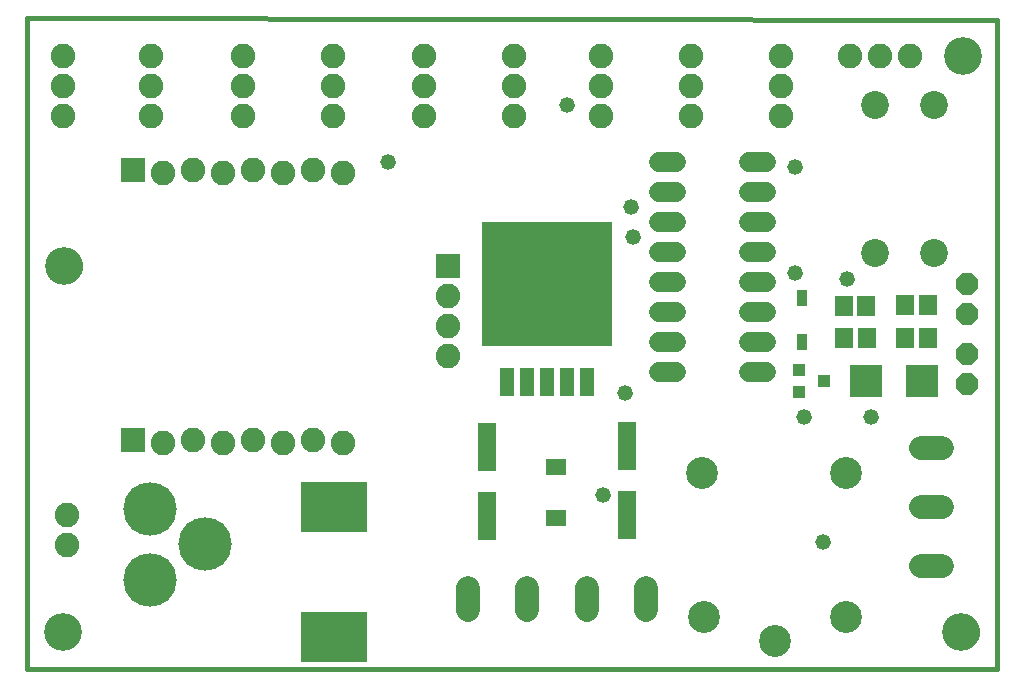
<source format=gts>
G75*
%MOIN*%
%OFA0B0*%
%FSLAX25Y25*%
%IPPOS*%
%LPD*%
%AMOC8*
5,1,8,0,0,1.08239X$1,22.5*
%
%ADD10C,0.01600*%
%ADD11R,0.08200X0.08200*%
%ADD12C,0.08200*%
%ADD13R,0.05918X0.06706*%
%ADD14R,0.10800X0.10800*%
%ADD15R,0.04343X0.03950*%
%ADD16C,0.08100*%
%ADD17R,0.03556X0.05524*%
%ADD18C,0.00000*%
%ADD19C,0.12611*%
%ADD20OC8,0.07400*%
%ADD21C,0.06600*%
%ADD22C,0.09300*%
%ADD23C,0.10643*%
%ADD24R,0.06312X0.15910*%
%ADD25R,0.06587X0.05800*%
%ADD26R,0.43320X0.41784*%
%ADD27R,0.05000X0.09300*%
%ADD28C,0.17800*%
%ADD29R,0.22454X0.16548*%
%ADD30C,0.05200*%
D10*
X0034000Y0043800D02*
X0034000Y0260800D01*
X0357500Y0260300D01*
X0357500Y0043800D01*
X0034000Y0043800D01*
D11*
X0069500Y0120300D03*
X0174500Y0178300D03*
X0069500Y0210300D03*
D12*
X0079500Y0209300D03*
X0089500Y0210300D03*
X0099500Y0209300D03*
X0109500Y0210300D03*
X0119500Y0209300D03*
X0129500Y0210300D03*
X0139500Y0209300D03*
X0136000Y0228300D03*
X0136000Y0238300D03*
X0136000Y0248300D03*
X0106000Y0248300D03*
X0106000Y0238300D03*
X0106000Y0228300D03*
X0075500Y0228300D03*
X0075500Y0238300D03*
X0075500Y0248300D03*
X0046000Y0248300D03*
X0046000Y0238300D03*
X0046000Y0228300D03*
X0166500Y0228300D03*
X0166500Y0238300D03*
X0166500Y0248300D03*
X0196500Y0248300D03*
X0196500Y0238300D03*
X0196500Y0228300D03*
X0225500Y0228300D03*
X0225500Y0238300D03*
X0225500Y0248300D03*
X0255500Y0248300D03*
X0255500Y0238300D03*
X0255500Y0228300D03*
X0285500Y0228300D03*
X0285500Y0238300D03*
X0285500Y0248300D03*
X0308500Y0248300D03*
X0318500Y0248300D03*
X0328500Y0248300D03*
X0174500Y0168300D03*
X0174500Y0158300D03*
X0174500Y0148300D03*
X0139500Y0119300D03*
X0129500Y0120300D03*
X0119500Y0119300D03*
X0109500Y0120300D03*
X0099500Y0119300D03*
X0089500Y0120300D03*
X0079500Y0119300D03*
X0047500Y0095300D03*
X0047500Y0085300D03*
D13*
X0306460Y0154300D03*
X0313940Y0154300D03*
X0326760Y0154300D03*
X0334240Y0154300D03*
X0334240Y0165300D03*
X0326760Y0165300D03*
X0313740Y0164800D03*
X0306260Y0164800D03*
D14*
X0313750Y0139800D03*
X0332250Y0139800D03*
D15*
X0299831Y0139800D03*
X0291563Y0143540D03*
X0291563Y0136060D03*
D16*
X0331929Y0117485D02*
X0339229Y0117485D01*
X0339229Y0097800D02*
X0331929Y0097800D01*
X0331929Y0078115D02*
X0339229Y0078115D01*
X0240343Y0070950D02*
X0240343Y0063650D01*
X0220657Y0063650D02*
X0220657Y0070950D01*
X0200843Y0070950D02*
X0200843Y0063650D01*
X0181157Y0063650D02*
X0181157Y0070950D01*
D17*
X0292500Y0153017D03*
X0292500Y0167583D03*
D18*
X0340094Y0248300D02*
X0340096Y0248453D01*
X0340102Y0248607D01*
X0340112Y0248760D01*
X0340126Y0248912D01*
X0340144Y0249065D01*
X0340166Y0249216D01*
X0340191Y0249367D01*
X0340221Y0249518D01*
X0340255Y0249668D01*
X0340292Y0249816D01*
X0340333Y0249964D01*
X0340378Y0250110D01*
X0340427Y0250256D01*
X0340480Y0250400D01*
X0340536Y0250542D01*
X0340596Y0250683D01*
X0340660Y0250823D01*
X0340727Y0250961D01*
X0340798Y0251097D01*
X0340873Y0251231D01*
X0340950Y0251363D01*
X0341032Y0251493D01*
X0341116Y0251621D01*
X0341204Y0251747D01*
X0341295Y0251870D01*
X0341389Y0251991D01*
X0341487Y0252109D01*
X0341587Y0252225D01*
X0341691Y0252338D01*
X0341797Y0252449D01*
X0341906Y0252557D01*
X0342018Y0252662D01*
X0342132Y0252763D01*
X0342250Y0252862D01*
X0342369Y0252958D01*
X0342491Y0253051D01*
X0342616Y0253140D01*
X0342743Y0253227D01*
X0342872Y0253309D01*
X0343003Y0253389D01*
X0343136Y0253465D01*
X0343271Y0253538D01*
X0343408Y0253607D01*
X0343547Y0253672D01*
X0343687Y0253734D01*
X0343829Y0253792D01*
X0343972Y0253847D01*
X0344117Y0253898D01*
X0344263Y0253945D01*
X0344410Y0253988D01*
X0344558Y0254027D01*
X0344707Y0254063D01*
X0344857Y0254094D01*
X0345008Y0254122D01*
X0345159Y0254146D01*
X0345312Y0254166D01*
X0345464Y0254182D01*
X0345617Y0254194D01*
X0345770Y0254202D01*
X0345923Y0254206D01*
X0346077Y0254206D01*
X0346230Y0254202D01*
X0346383Y0254194D01*
X0346536Y0254182D01*
X0346688Y0254166D01*
X0346841Y0254146D01*
X0346992Y0254122D01*
X0347143Y0254094D01*
X0347293Y0254063D01*
X0347442Y0254027D01*
X0347590Y0253988D01*
X0347737Y0253945D01*
X0347883Y0253898D01*
X0348028Y0253847D01*
X0348171Y0253792D01*
X0348313Y0253734D01*
X0348453Y0253672D01*
X0348592Y0253607D01*
X0348729Y0253538D01*
X0348864Y0253465D01*
X0348997Y0253389D01*
X0349128Y0253309D01*
X0349257Y0253227D01*
X0349384Y0253140D01*
X0349509Y0253051D01*
X0349631Y0252958D01*
X0349750Y0252862D01*
X0349868Y0252763D01*
X0349982Y0252662D01*
X0350094Y0252557D01*
X0350203Y0252449D01*
X0350309Y0252338D01*
X0350413Y0252225D01*
X0350513Y0252109D01*
X0350611Y0251991D01*
X0350705Y0251870D01*
X0350796Y0251747D01*
X0350884Y0251621D01*
X0350968Y0251493D01*
X0351050Y0251363D01*
X0351127Y0251231D01*
X0351202Y0251097D01*
X0351273Y0250961D01*
X0351340Y0250823D01*
X0351404Y0250683D01*
X0351464Y0250542D01*
X0351520Y0250400D01*
X0351573Y0250256D01*
X0351622Y0250110D01*
X0351667Y0249964D01*
X0351708Y0249816D01*
X0351745Y0249668D01*
X0351779Y0249518D01*
X0351809Y0249367D01*
X0351834Y0249216D01*
X0351856Y0249065D01*
X0351874Y0248912D01*
X0351888Y0248760D01*
X0351898Y0248607D01*
X0351904Y0248453D01*
X0351906Y0248300D01*
X0351904Y0248147D01*
X0351898Y0247993D01*
X0351888Y0247840D01*
X0351874Y0247688D01*
X0351856Y0247535D01*
X0351834Y0247384D01*
X0351809Y0247233D01*
X0351779Y0247082D01*
X0351745Y0246932D01*
X0351708Y0246784D01*
X0351667Y0246636D01*
X0351622Y0246490D01*
X0351573Y0246344D01*
X0351520Y0246200D01*
X0351464Y0246058D01*
X0351404Y0245917D01*
X0351340Y0245777D01*
X0351273Y0245639D01*
X0351202Y0245503D01*
X0351127Y0245369D01*
X0351050Y0245237D01*
X0350968Y0245107D01*
X0350884Y0244979D01*
X0350796Y0244853D01*
X0350705Y0244730D01*
X0350611Y0244609D01*
X0350513Y0244491D01*
X0350413Y0244375D01*
X0350309Y0244262D01*
X0350203Y0244151D01*
X0350094Y0244043D01*
X0349982Y0243938D01*
X0349868Y0243837D01*
X0349750Y0243738D01*
X0349631Y0243642D01*
X0349509Y0243549D01*
X0349384Y0243460D01*
X0349257Y0243373D01*
X0349128Y0243291D01*
X0348997Y0243211D01*
X0348864Y0243135D01*
X0348729Y0243062D01*
X0348592Y0242993D01*
X0348453Y0242928D01*
X0348313Y0242866D01*
X0348171Y0242808D01*
X0348028Y0242753D01*
X0347883Y0242702D01*
X0347737Y0242655D01*
X0347590Y0242612D01*
X0347442Y0242573D01*
X0347293Y0242537D01*
X0347143Y0242506D01*
X0346992Y0242478D01*
X0346841Y0242454D01*
X0346688Y0242434D01*
X0346536Y0242418D01*
X0346383Y0242406D01*
X0346230Y0242398D01*
X0346077Y0242394D01*
X0345923Y0242394D01*
X0345770Y0242398D01*
X0345617Y0242406D01*
X0345464Y0242418D01*
X0345312Y0242434D01*
X0345159Y0242454D01*
X0345008Y0242478D01*
X0344857Y0242506D01*
X0344707Y0242537D01*
X0344558Y0242573D01*
X0344410Y0242612D01*
X0344263Y0242655D01*
X0344117Y0242702D01*
X0343972Y0242753D01*
X0343829Y0242808D01*
X0343687Y0242866D01*
X0343547Y0242928D01*
X0343408Y0242993D01*
X0343271Y0243062D01*
X0343136Y0243135D01*
X0343003Y0243211D01*
X0342872Y0243291D01*
X0342743Y0243373D01*
X0342616Y0243460D01*
X0342491Y0243549D01*
X0342369Y0243642D01*
X0342250Y0243738D01*
X0342132Y0243837D01*
X0342018Y0243938D01*
X0341906Y0244043D01*
X0341797Y0244151D01*
X0341691Y0244262D01*
X0341587Y0244375D01*
X0341487Y0244491D01*
X0341389Y0244609D01*
X0341295Y0244730D01*
X0341204Y0244853D01*
X0341116Y0244979D01*
X0341032Y0245107D01*
X0340950Y0245237D01*
X0340873Y0245369D01*
X0340798Y0245503D01*
X0340727Y0245639D01*
X0340660Y0245777D01*
X0340596Y0245917D01*
X0340536Y0246058D01*
X0340480Y0246200D01*
X0340427Y0246344D01*
X0340378Y0246490D01*
X0340333Y0246636D01*
X0340292Y0246784D01*
X0340255Y0246932D01*
X0340221Y0247082D01*
X0340191Y0247233D01*
X0340166Y0247384D01*
X0340144Y0247535D01*
X0340126Y0247688D01*
X0340112Y0247840D01*
X0340102Y0247993D01*
X0340096Y0248147D01*
X0340094Y0248300D01*
X0339594Y0056300D02*
X0339596Y0056453D01*
X0339602Y0056607D01*
X0339612Y0056760D01*
X0339626Y0056912D01*
X0339644Y0057065D01*
X0339666Y0057216D01*
X0339691Y0057367D01*
X0339721Y0057518D01*
X0339755Y0057668D01*
X0339792Y0057816D01*
X0339833Y0057964D01*
X0339878Y0058110D01*
X0339927Y0058256D01*
X0339980Y0058400D01*
X0340036Y0058542D01*
X0340096Y0058683D01*
X0340160Y0058823D01*
X0340227Y0058961D01*
X0340298Y0059097D01*
X0340373Y0059231D01*
X0340450Y0059363D01*
X0340532Y0059493D01*
X0340616Y0059621D01*
X0340704Y0059747D01*
X0340795Y0059870D01*
X0340889Y0059991D01*
X0340987Y0060109D01*
X0341087Y0060225D01*
X0341191Y0060338D01*
X0341297Y0060449D01*
X0341406Y0060557D01*
X0341518Y0060662D01*
X0341632Y0060763D01*
X0341750Y0060862D01*
X0341869Y0060958D01*
X0341991Y0061051D01*
X0342116Y0061140D01*
X0342243Y0061227D01*
X0342372Y0061309D01*
X0342503Y0061389D01*
X0342636Y0061465D01*
X0342771Y0061538D01*
X0342908Y0061607D01*
X0343047Y0061672D01*
X0343187Y0061734D01*
X0343329Y0061792D01*
X0343472Y0061847D01*
X0343617Y0061898D01*
X0343763Y0061945D01*
X0343910Y0061988D01*
X0344058Y0062027D01*
X0344207Y0062063D01*
X0344357Y0062094D01*
X0344508Y0062122D01*
X0344659Y0062146D01*
X0344812Y0062166D01*
X0344964Y0062182D01*
X0345117Y0062194D01*
X0345270Y0062202D01*
X0345423Y0062206D01*
X0345577Y0062206D01*
X0345730Y0062202D01*
X0345883Y0062194D01*
X0346036Y0062182D01*
X0346188Y0062166D01*
X0346341Y0062146D01*
X0346492Y0062122D01*
X0346643Y0062094D01*
X0346793Y0062063D01*
X0346942Y0062027D01*
X0347090Y0061988D01*
X0347237Y0061945D01*
X0347383Y0061898D01*
X0347528Y0061847D01*
X0347671Y0061792D01*
X0347813Y0061734D01*
X0347953Y0061672D01*
X0348092Y0061607D01*
X0348229Y0061538D01*
X0348364Y0061465D01*
X0348497Y0061389D01*
X0348628Y0061309D01*
X0348757Y0061227D01*
X0348884Y0061140D01*
X0349009Y0061051D01*
X0349131Y0060958D01*
X0349250Y0060862D01*
X0349368Y0060763D01*
X0349482Y0060662D01*
X0349594Y0060557D01*
X0349703Y0060449D01*
X0349809Y0060338D01*
X0349913Y0060225D01*
X0350013Y0060109D01*
X0350111Y0059991D01*
X0350205Y0059870D01*
X0350296Y0059747D01*
X0350384Y0059621D01*
X0350468Y0059493D01*
X0350550Y0059363D01*
X0350627Y0059231D01*
X0350702Y0059097D01*
X0350773Y0058961D01*
X0350840Y0058823D01*
X0350904Y0058683D01*
X0350964Y0058542D01*
X0351020Y0058400D01*
X0351073Y0058256D01*
X0351122Y0058110D01*
X0351167Y0057964D01*
X0351208Y0057816D01*
X0351245Y0057668D01*
X0351279Y0057518D01*
X0351309Y0057367D01*
X0351334Y0057216D01*
X0351356Y0057065D01*
X0351374Y0056912D01*
X0351388Y0056760D01*
X0351398Y0056607D01*
X0351404Y0056453D01*
X0351406Y0056300D01*
X0351404Y0056147D01*
X0351398Y0055993D01*
X0351388Y0055840D01*
X0351374Y0055688D01*
X0351356Y0055535D01*
X0351334Y0055384D01*
X0351309Y0055233D01*
X0351279Y0055082D01*
X0351245Y0054932D01*
X0351208Y0054784D01*
X0351167Y0054636D01*
X0351122Y0054490D01*
X0351073Y0054344D01*
X0351020Y0054200D01*
X0350964Y0054058D01*
X0350904Y0053917D01*
X0350840Y0053777D01*
X0350773Y0053639D01*
X0350702Y0053503D01*
X0350627Y0053369D01*
X0350550Y0053237D01*
X0350468Y0053107D01*
X0350384Y0052979D01*
X0350296Y0052853D01*
X0350205Y0052730D01*
X0350111Y0052609D01*
X0350013Y0052491D01*
X0349913Y0052375D01*
X0349809Y0052262D01*
X0349703Y0052151D01*
X0349594Y0052043D01*
X0349482Y0051938D01*
X0349368Y0051837D01*
X0349250Y0051738D01*
X0349131Y0051642D01*
X0349009Y0051549D01*
X0348884Y0051460D01*
X0348757Y0051373D01*
X0348628Y0051291D01*
X0348497Y0051211D01*
X0348364Y0051135D01*
X0348229Y0051062D01*
X0348092Y0050993D01*
X0347953Y0050928D01*
X0347813Y0050866D01*
X0347671Y0050808D01*
X0347528Y0050753D01*
X0347383Y0050702D01*
X0347237Y0050655D01*
X0347090Y0050612D01*
X0346942Y0050573D01*
X0346793Y0050537D01*
X0346643Y0050506D01*
X0346492Y0050478D01*
X0346341Y0050454D01*
X0346188Y0050434D01*
X0346036Y0050418D01*
X0345883Y0050406D01*
X0345730Y0050398D01*
X0345577Y0050394D01*
X0345423Y0050394D01*
X0345270Y0050398D01*
X0345117Y0050406D01*
X0344964Y0050418D01*
X0344812Y0050434D01*
X0344659Y0050454D01*
X0344508Y0050478D01*
X0344357Y0050506D01*
X0344207Y0050537D01*
X0344058Y0050573D01*
X0343910Y0050612D01*
X0343763Y0050655D01*
X0343617Y0050702D01*
X0343472Y0050753D01*
X0343329Y0050808D01*
X0343187Y0050866D01*
X0343047Y0050928D01*
X0342908Y0050993D01*
X0342771Y0051062D01*
X0342636Y0051135D01*
X0342503Y0051211D01*
X0342372Y0051291D01*
X0342243Y0051373D01*
X0342116Y0051460D01*
X0341991Y0051549D01*
X0341869Y0051642D01*
X0341750Y0051738D01*
X0341632Y0051837D01*
X0341518Y0051938D01*
X0341406Y0052043D01*
X0341297Y0052151D01*
X0341191Y0052262D01*
X0341087Y0052375D01*
X0340987Y0052491D01*
X0340889Y0052609D01*
X0340795Y0052730D01*
X0340704Y0052853D01*
X0340616Y0052979D01*
X0340532Y0053107D01*
X0340450Y0053237D01*
X0340373Y0053369D01*
X0340298Y0053503D01*
X0340227Y0053639D01*
X0340160Y0053777D01*
X0340096Y0053917D01*
X0340036Y0054058D01*
X0339980Y0054200D01*
X0339927Y0054344D01*
X0339878Y0054490D01*
X0339833Y0054636D01*
X0339792Y0054784D01*
X0339755Y0054932D01*
X0339721Y0055082D01*
X0339691Y0055233D01*
X0339666Y0055384D01*
X0339644Y0055535D01*
X0339626Y0055688D01*
X0339612Y0055840D01*
X0339602Y0055993D01*
X0339596Y0056147D01*
X0339594Y0056300D01*
X0040094Y0056300D02*
X0040096Y0056453D01*
X0040102Y0056607D01*
X0040112Y0056760D01*
X0040126Y0056912D01*
X0040144Y0057065D01*
X0040166Y0057216D01*
X0040191Y0057367D01*
X0040221Y0057518D01*
X0040255Y0057668D01*
X0040292Y0057816D01*
X0040333Y0057964D01*
X0040378Y0058110D01*
X0040427Y0058256D01*
X0040480Y0058400D01*
X0040536Y0058542D01*
X0040596Y0058683D01*
X0040660Y0058823D01*
X0040727Y0058961D01*
X0040798Y0059097D01*
X0040873Y0059231D01*
X0040950Y0059363D01*
X0041032Y0059493D01*
X0041116Y0059621D01*
X0041204Y0059747D01*
X0041295Y0059870D01*
X0041389Y0059991D01*
X0041487Y0060109D01*
X0041587Y0060225D01*
X0041691Y0060338D01*
X0041797Y0060449D01*
X0041906Y0060557D01*
X0042018Y0060662D01*
X0042132Y0060763D01*
X0042250Y0060862D01*
X0042369Y0060958D01*
X0042491Y0061051D01*
X0042616Y0061140D01*
X0042743Y0061227D01*
X0042872Y0061309D01*
X0043003Y0061389D01*
X0043136Y0061465D01*
X0043271Y0061538D01*
X0043408Y0061607D01*
X0043547Y0061672D01*
X0043687Y0061734D01*
X0043829Y0061792D01*
X0043972Y0061847D01*
X0044117Y0061898D01*
X0044263Y0061945D01*
X0044410Y0061988D01*
X0044558Y0062027D01*
X0044707Y0062063D01*
X0044857Y0062094D01*
X0045008Y0062122D01*
X0045159Y0062146D01*
X0045312Y0062166D01*
X0045464Y0062182D01*
X0045617Y0062194D01*
X0045770Y0062202D01*
X0045923Y0062206D01*
X0046077Y0062206D01*
X0046230Y0062202D01*
X0046383Y0062194D01*
X0046536Y0062182D01*
X0046688Y0062166D01*
X0046841Y0062146D01*
X0046992Y0062122D01*
X0047143Y0062094D01*
X0047293Y0062063D01*
X0047442Y0062027D01*
X0047590Y0061988D01*
X0047737Y0061945D01*
X0047883Y0061898D01*
X0048028Y0061847D01*
X0048171Y0061792D01*
X0048313Y0061734D01*
X0048453Y0061672D01*
X0048592Y0061607D01*
X0048729Y0061538D01*
X0048864Y0061465D01*
X0048997Y0061389D01*
X0049128Y0061309D01*
X0049257Y0061227D01*
X0049384Y0061140D01*
X0049509Y0061051D01*
X0049631Y0060958D01*
X0049750Y0060862D01*
X0049868Y0060763D01*
X0049982Y0060662D01*
X0050094Y0060557D01*
X0050203Y0060449D01*
X0050309Y0060338D01*
X0050413Y0060225D01*
X0050513Y0060109D01*
X0050611Y0059991D01*
X0050705Y0059870D01*
X0050796Y0059747D01*
X0050884Y0059621D01*
X0050968Y0059493D01*
X0051050Y0059363D01*
X0051127Y0059231D01*
X0051202Y0059097D01*
X0051273Y0058961D01*
X0051340Y0058823D01*
X0051404Y0058683D01*
X0051464Y0058542D01*
X0051520Y0058400D01*
X0051573Y0058256D01*
X0051622Y0058110D01*
X0051667Y0057964D01*
X0051708Y0057816D01*
X0051745Y0057668D01*
X0051779Y0057518D01*
X0051809Y0057367D01*
X0051834Y0057216D01*
X0051856Y0057065D01*
X0051874Y0056912D01*
X0051888Y0056760D01*
X0051898Y0056607D01*
X0051904Y0056453D01*
X0051906Y0056300D01*
X0051904Y0056147D01*
X0051898Y0055993D01*
X0051888Y0055840D01*
X0051874Y0055688D01*
X0051856Y0055535D01*
X0051834Y0055384D01*
X0051809Y0055233D01*
X0051779Y0055082D01*
X0051745Y0054932D01*
X0051708Y0054784D01*
X0051667Y0054636D01*
X0051622Y0054490D01*
X0051573Y0054344D01*
X0051520Y0054200D01*
X0051464Y0054058D01*
X0051404Y0053917D01*
X0051340Y0053777D01*
X0051273Y0053639D01*
X0051202Y0053503D01*
X0051127Y0053369D01*
X0051050Y0053237D01*
X0050968Y0053107D01*
X0050884Y0052979D01*
X0050796Y0052853D01*
X0050705Y0052730D01*
X0050611Y0052609D01*
X0050513Y0052491D01*
X0050413Y0052375D01*
X0050309Y0052262D01*
X0050203Y0052151D01*
X0050094Y0052043D01*
X0049982Y0051938D01*
X0049868Y0051837D01*
X0049750Y0051738D01*
X0049631Y0051642D01*
X0049509Y0051549D01*
X0049384Y0051460D01*
X0049257Y0051373D01*
X0049128Y0051291D01*
X0048997Y0051211D01*
X0048864Y0051135D01*
X0048729Y0051062D01*
X0048592Y0050993D01*
X0048453Y0050928D01*
X0048313Y0050866D01*
X0048171Y0050808D01*
X0048028Y0050753D01*
X0047883Y0050702D01*
X0047737Y0050655D01*
X0047590Y0050612D01*
X0047442Y0050573D01*
X0047293Y0050537D01*
X0047143Y0050506D01*
X0046992Y0050478D01*
X0046841Y0050454D01*
X0046688Y0050434D01*
X0046536Y0050418D01*
X0046383Y0050406D01*
X0046230Y0050398D01*
X0046077Y0050394D01*
X0045923Y0050394D01*
X0045770Y0050398D01*
X0045617Y0050406D01*
X0045464Y0050418D01*
X0045312Y0050434D01*
X0045159Y0050454D01*
X0045008Y0050478D01*
X0044857Y0050506D01*
X0044707Y0050537D01*
X0044558Y0050573D01*
X0044410Y0050612D01*
X0044263Y0050655D01*
X0044117Y0050702D01*
X0043972Y0050753D01*
X0043829Y0050808D01*
X0043687Y0050866D01*
X0043547Y0050928D01*
X0043408Y0050993D01*
X0043271Y0051062D01*
X0043136Y0051135D01*
X0043003Y0051211D01*
X0042872Y0051291D01*
X0042743Y0051373D01*
X0042616Y0051460D01*
X0042491Y0051549D01*
X0042369Y0051642D01*
X0042250Y0051738D01*
X0042132Y0051837D01*
X0042018Y0051938D01*
X0041906Y0052043D01*
X0041797Y0052151D01*
X0041691Y0052262D01*
X0041587Y0052375D01*
X0041487Y0052491D01*
X0041389Y0052609D01*
X0041295Y0052730D01*
X0041204Y0052853D01*
X0041116Y0052979D01*
X0041032Y0053107D01*
X0040950Y0053237D01*
X0040873Y0053369D01*
X0040798Y0053503D01*
X0040727Y0053639D01*
X0040660Y0053777D01*
X0040596Y0053917D01*
X0040536Y0054058D01*
X0040480Y0054200D01*
X0040427Y0054344D01*
X0040378Y0054490D01*
X0040333Y0054636D01*
X0040292Y0054784D01*
X0040255Y0054932D01*
X0040221Y0055082D01*
X0040191Y0055233D01*
X0040166Y0055384D01*
X0040144Y0055535D01*
X0040126Y0055688D01*
X0040112Y0055840D01*
X0040102Y0055993D01*
X0040096Y0056147D01*
X0040094Y0056300D01*
X0040594Y0178300D02*
X0040596Y0178453D01*
X0040602Y0178607D01*
X0040612Y0178760D01*
X0040626Y0178912D01*
X0040644Y0179065D01*
X0040666Y0179216D01*
X0040691Y0179367D01*
X0040721Y0179518D01*
X0040755Y0179668D01*
X0040792Y0179816D01*
X0040833Y0179964D01*
X0040878Y0180110D01*
X0040927Y0180256D01*
X0040980Y0180400D01*
X0041036Y0180542D01*
X0041096Y0180683D01*
X0041160Y0180823D01*
X0041227Y0180961D01*
X0041298Y0181097D01*
X0041373Y0181231D01*
X0041450Y0181363D01*
X0041532Y0181493D01*
X0041616Y0181621D01*
X0041704Y0181747D01*
X0041795Y0181870D01*
X0041889Y0181991D01*
X0041987Y0182109D01*
X0042087Y0182225D01*
X0042191Y0182338D01*
X0042297Y0182449D01*
X0042406Y0182557D01*
X0042518Y0182662D01*
X0042632Y0182763D01*
X0042750Y0182862D01*
X0042869Y0182958D01*
X0042991Y0183051D01*
X0043116Y0183140D01*
X0043243Y0183227D01*
X0043372Y0183309D01*
X0043503Y0183389D01*
X0043636Y0183465D01*
X0043771Y0183538D01*
X0043908Y0183607D01*
X0044047Y0183672D01*
X0044187Y0183734D01*
X0044329Y0183792D01*
X0044472Y0183847D01*
X0044617Y0183898D01*
X0044763Y0183945D01*
X0044910Y0183988D01*
X0045058Y0184027D01*
X0045207Y0184063D01*
X0045357Y0184094D01*
X0045508Y0184122D01*
X0045659Y0184146D01*
X0045812Y0184166D01*
X0045964Y0184182D01*
X0046117Y0184194D01*
X0046270Y0184202D01*
X0046423Y0184206D01*
X0046577Y0184206D01*
X0046730Y0184202D01*
X0046883Y0184194D01*
X0047036Y0184182D01*
X0047188Y0184166D01*
X0047341Y0184146D01*
X0047492Y0184122D01*
X0047643Y0184094D01*
X0047793Y0184063D01*
X0047942Y0184027D01*
X0048090Y0183988D01*
X0048237Y0183945D01*
X0048383Y0183898D01*
X0048528Y0183847D01*
X0048671Y0183792D01*
X0048813Y0183734D01*
X0048953Y0183672D01*
X0049092Y0183607D01*
X0049229Y0183538D01*
X0049364Y0183465D01*
X0049497Y0183389D01*
X0049628Y0183309D01*
X0049757Y0183227D01*
X0049884Y0183140D01*
X0050009Y0183051D01*
X0050131Y0182958D01*
X0050250Y0182862D01*
X0050368Y0182763D01*
X0050482Y0182662D01*
X0050594Y0182557D01*
X0050703Y0182449D01*
X0050809Y0182338D01*
X0050913Y0182225D01*
X0051013Y0182109D01*
X0051111Y0181991D01*
X0051205Y0181870D01*
X0051296Y0181747D01*
X0051384Y0181621D01*
X0051468Y0181493D01*
X0051550Y0181363D01*
X0051627Y0181231D01*
X0051702Y0181097D01*
X0051773Y0180961D01*
X0051840Y0180823D01*
X0051904Y0180683D01*
X0051964Y0180542D01*
X0052020Y0180400D01*
X0052073Y0180256D01*
X0052122Y0180110D01*
X0052167Y0179964D01*
X0052208Y0179816D01*
X0052245Y0179668D01*
X0052279Y0179518D01*
X0052309Y0179367D01*
X0052334Y0179216D01*
X0052356Y0179065D01*
X0052374Y0178912D01*
X0052388Y0178760D01*
X0052398Y0178607D01*
X0052404Y0178453D01*
X0052406Y0178300D01*
X0052404Y0178147D01*
X0052398Y0177993D01*
X0052388Y0177840D01*
X0052374Y0177688D01*
X0052356Y0177535D01*
X0052334Y0177384D01*
X0052309Y0177233D01*
X0052279Y0177082D01*
X0052245Y0176932D01*
X0052208Y0176784D01*
X0052167Y0176636D01*
X0052122Y0176490D01*
X0052073Y0176344D01*
X0052020Y0176200D01*
X0051964Y0176058D01*
X0051904Y0175917D01*
X0051840Y0175777D01*
X0051773Y0175639D01*
X0051702Y0175503D01*
X0051627Y0175369D01*
X0051550Y0175237D01*
X0051468Y0175107D01*
X0051384Y0174979D01*
X0051296Y0174853D01*
X0051205Y0174730D01*
X0051111Y0174609D01*
X0051013Y0174491D01*
X0050913Y0174375D01*
X0050809Y0174262D01*
X0050703Y0174151D01*
X0050594Y0174043D01*
X0050482Y0173938D01*
X0050368Y0173837D01*
X0050250Y0173738D01*
X0050131Y0173642D01*
X0050009Y0173549D01*
X0049884Y0173460D01*
X0049757Y0173373D01*
X0049628Y0173291D01*
X0049497Y0173211D01*
X0049364Y0173135D01*
X0049229Y0173062D01*
X0049092Y0172993D01*
X0048953Y0172928D01*
X0048813Y0172866D01*
X0048671Y0172808D01*
X0048528Y0172753D01*
X0048383Y0172702D01*
X0048237Y0172655D01*
X0048090Y0172612D01*
X0047942Y0172573D01*
X0047793Y0172537D01*
X0047643Y0172506D01*
X0047492Y0172478D01*
X0047341Y0172454D01*
X0047188Y0172434D01*
X0047036Y0172418D01*
X0046883Y0172406D01*
X0046730Y0172398D01*
X0046577Y0172394D01*
X0046423Y0172394D01*
X0046270Y0172398D01*
X0046117Y0172406D01*
X0045964Y0172418D01*
X0045812Y0172434D01*
X0045659Y0172454D01*
X0045508Y0172478D01*
X0045357Y0172506D01*
X0045207Y0172537D01*
X0045058Y0172573D01*
X0044910Y0172612D01*
X0044763Y0172655D01*
X0044617Y0172702D01*
X0044472Y0172753D01*
X0044329Y0172808D01*
X0044187Y0172866D01*
X0044047Y0172928D01*
X0043908Y0172993D01*
X0043771Y0173062D01*
X0043636Y0173135D01*
X0043503Y0173211D01*
X0043372Y0173291D01*
X0043243Y0173373D01*
X0043116Y0173460D01*
X0042991Y0173549D01*
X0042869Y0173642D01*
X0042750Y0173738D01*
X0042632Y0173837D01*
X0042518Y0173938D01*
X0042406Y0174043D01*
X0042297Y0174151D01*
X0042191Y0174262D01*
X0042087Y0174375D01*
X0041987Y0174491D01*
X0041889Y0174609D01*
X0041795Y0174730D01*
X0041704Y0174853D01*
X0041616Y0174979D01*
X0041532Y0175107D01*
X0041450Y0175237D01*
X0041373Y0175369D01*
X0041298Y0175503D01*
X0041227Y0175639D01*
X0041160Y0175777D01*
X0041096Y0175917D01*
X0041036Y0176058D01*
X0040980Y0176200D01*
X0040927Y0176344D01*
X0040878Y0176490D01*
X0040833Y0176636D01*
X0040792Y0176784D01*
X0040755Y0176932D01*
X0040721Y0177082D01*
X0040691Y0177233D01*
X0040666Y0177384D01*
X0040644Y0177535D01*
X0040626Y0177688D01*
X0040612Y0177840D01*
X0040602Y0177993D01*
X0040596Y0178147D01*
X0040594Y0178300D01*
D19*
X0046500Y0178300D03*
X0046000Y0056300D03*
X0345500Y0056300D03*
X0346000Y0248300D03*
D20*
X0347500Y0172300D03*
X0347500Y0162300D03*
X0347500Y0148800D03*
X0347500Y0138800D03*
D21*
X0280400Y0142800D02*
X0274600Y0142800D01*
X0274600Y0152800D02*
X0280400Y0152800D01*
X0280400Y0162800D02*
X0274600Y0162800D01*
X0274600Y0172800D02*
X0280400Y0172800D01*
X0280400Y0182800D02*
X0274600Y0182800D01*
X0274600Y0192800D02*
X0280400Y0192800D01*
X0280400Y0202800D02*
X0274600Y0202800D01*
X0274600Y0212800D02*
X0280400Y0212800D01*
X0250400Y0212800D02*
X0244600Y0212800D01*
X0244600Y0202800D02*
X0250400Y0202800D01*
X0250400Y0192800D02*
X0244600Y0192800D01*
X0244600Y0182800D02*
X0250400Y0182800D01*
X0250400Y0172800D02*
X0244600Y0172800D01*
X0244600Y0162800D02*
X0250400Y0162800D01*
X0250400Y0152800D02*
X0244600Y0152800D01*
X0244600Y0142800D02*
X0250400Y0142800D01*
D22*
X0316657Y0182694D03*
X0336343Y0182694D03*
X0336343Y0231906D03*
X0316657Y0231906D03*
D23*
X0307122Y0109206D03*
X0259091Y0109206D03*
X0259878Y0061174D03*
X0283500Y0053300D03*
X0307122Y0061174D03*
D24*
X0234000Y0095351D03*
X0234000Y0118249D03*
X0187500Y0117749D03*
X0187500Y0094851D03*
D25*
X0210500Y0094335D03*
X0210500Y0111265D03*
D26*
X0207500Y0172300D03*
D27*
X0207500Y0139500D03*
X0214200Y0139500D03*
X0220900Y0139500D03*
X0200800Y0139500D03*
X0194100Y0139500D03*
D28*
X0093504Y0085426D03*
X0075000Y0097237D03*
X0075000Y0073615D03*
D29*
X0136500Y0054646D03*
X0136500Y0097954D03*
D30*
X0226000Y0101800D03*
X0233500Y0135800D03*
X0293000Y0127800D03*
X0315500Y0127800D03*
X0299500Y0086300D03*
X0307500Y0173800D03*
X0290000Y0175800D03*
X0290000Y0211300D03*
X0235500Y0197800D03*
X0236000Y0187800D03*
X0214000Y0231800D03*
X0154500Y0212800D03*
M02*

</source>
